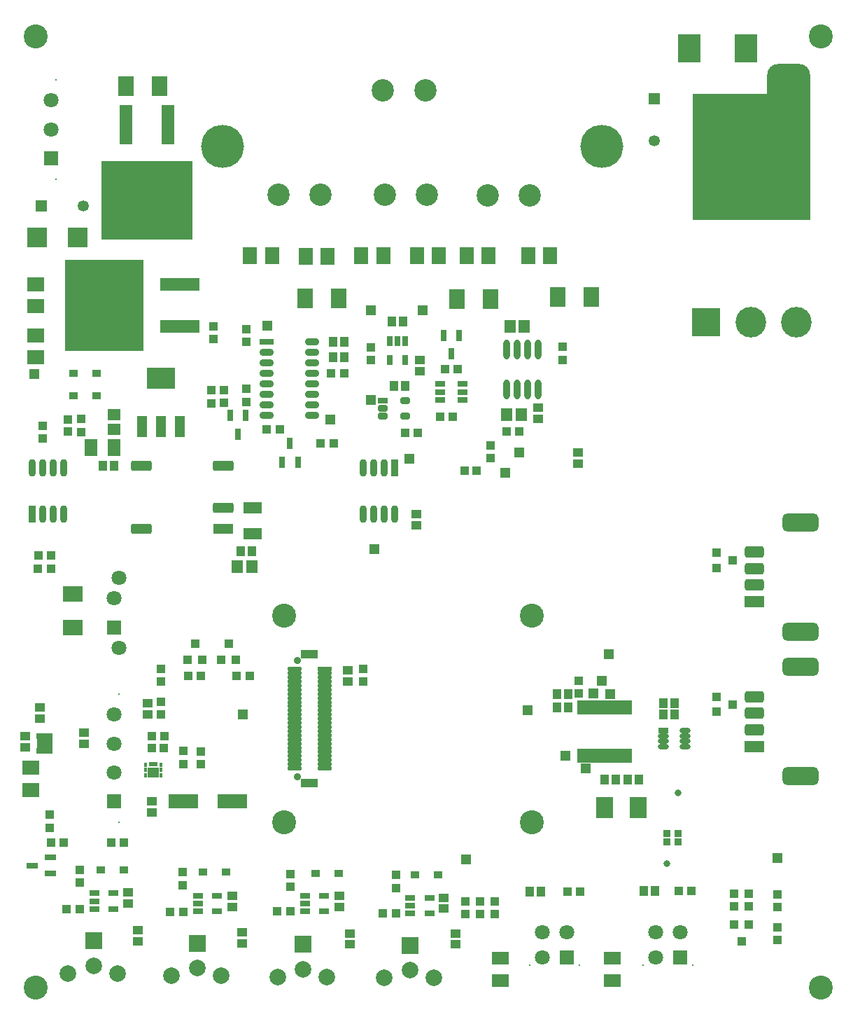
<source format=gts>
G04*
G04 #@! TF.GenerationSoftware,Altium Limited,Altium Designer,19.1.7 (138)*
G04*
G04 Layer_Color=8388736*
%FSLAX25Y25*%
%MOIN*%
G70*
G01*
G75*
%ADD70R,0.03150X0.00787*%
G04:AMPARAMS|DCode=77|XSize=204.85mil|YSize=224.53mil|CornerRadius=53.21mil|HoleSize=0mil|Usage=FLASHONLY|Rotation=0.000|XOffset=0mil|YOffset=0mil|HoleType=Round|Shape=RoundedRectangle|*
%AMROUNDEDRECTD77*
21,1,0.20485,0.11811,0,0,0.0*
21,1,0.09843,0.22453,0,0,0.0*
1,1,0.10642,0.04921,-0.05906*
1,1,0.10642,-0.04921,-0.05906*
1,1,0.10642,-0.04921,0.05906*
1,1,0.10642,0.04921,0.05906*
%
%ADD77ROUNDEDRECTD77*%
G04:AMPARAMS|DCode=78|XSize=86.74mil|YSize=173.35mil|CornerRadius=23.68mil|HoleSize=0mil|Usage=FLASHONLY|Rotation=90.000|XOffset=0mil|YOffset=0mil|HoleType=Round|Shape=RoundedRectangle|*
%AMROUNDEDRECTD78*
21,1,0.08674,0.12598,0,0,90.0*
21,1,0.03937,0.17335,0,0,90.0*
1,1,0.04737,0.06299,0.01968*
1,1,0.04737,0.06299,-0.01968*
1,1,0.04737,-0.06299,-0.01968*
1,1,0.04737,-0.06299,0.01968*
%
%ADD78ROUNDEDRECTD78*%
G04:AMPARAMS|DCode=79|XSize=55.24mil|YSize=94.61mil|CornerRadius=15.81mil|HoleSize=0mil|Usage=FLASHONLY|Rotation=90.000|XOffset=0mil|YOffset=0mil|HoleType=Round|Shape=RoundedRectangle|*
%AMROUNDEDRECTD79*
21,1,0.05524,0.06299,0,0,90.0*
21,1,0.02362,0.09461,0,0,90.0*
1,1,0.03162,0.03150,0.01181*
1,1,0.03162,0.03150,-0.01181*
1,1,0.03162,-0.03150,-0.01181*
1,1,0.03162,-0.03150,0.01181*
%
%ADD79ROUNDEDRECTD79*%
%ADD80R,0.09461X0.05524*%
%ADD81R,0.04537X0.04143*%
%ADD82R,0.14383X0.06902*%
%ADD83R,0.04737X0.04737*%
%ADD84R,0.03320X0.03556*%
%ADD85R,0.04147X0.04147*%
%ADD86R,0.03950X0.04343*%
%ADD87R,0.55918X0.59855*%
%ADD88R,0.07887X0.03950*%
%ADD89O,0.07099X0.01981*%
%ADD90R,0.07099X0.01981*%
%ADD91R,0.07887X0.06312*%
%ADD92R,0.04143X0.04537*%
%ADD93R,0.05328X0.03162*%
%ADD94R,0.04147X0.04147*%
%ADD95R,0.03950X0.03556*%
%ADD96R,0.03950X0.03950*%
%ADD97R,0.03320X0.08280*%
%ADD98O,0.03320X0.08280*%
%ADD99R,0.04934X0.03162*%
%ADD100R,0.03950X0.03950*%
%ADD101R,0.10642X0.13792*%
%ADD102R,0.06115X0.18910*%
%ADD103R,0.43320X0.37808*%
%ADD104R,0.09304X0.09698*%
%ADD105R,0.08674X0.05524*%
%ADD106R,0.03162X0.05328*%
%ADD107R,0.04537X0.02962*%
%ADD108R,0.04343X0.03950*%
%ADD109R,0.02572X0.06509*%
%ADD110O,0.05131X0.02572*%
%ADD111R,0.05131X0.02572*%
%ADD112R,0.08280X0.10249*%
%ADD113R,0.09300X0.07800*%
%ADD114R,0.08083X0.06706*%
%ADD115R,0.37808X0.43320*%
%ADD116R,0.18910X0.06115*%
%ADD117R,0.07800X0.09300*%
%ADD118R,0.06706X0.08083*%
%ADD119R,0.05328X0.06312*%
%ADD120O,0.03162X0.09461*%
%ADD121R,0.04540X0.03162*%
G04:AMPARAMS|DCode=122|XSize=31.62mil|YSize=45.4mil|CornerRadius=6.95mil|HoleSize=0mil|Usage=FLASHONLY|Rotation=90.000|XOffset=0mil|YOffset=0mil|HoleType=Round|Shape=RoundedRectangle|*
%AMROUNDEDRECTD122*
21,1,0.03162,0.03150,0,0,90.0*
21,1,0.01772,0.04540,0,0,90.0*
1,1,0.01391,0.01575,0.00886*
1,1,0.01391,0.01575,-0.00886*
1,1,0.01391,-0.01575,-0.00886*
1,1,0.01391,-0.01575,0.00886*
%
%ADD122ROUNDEDRECTD122*%
%ADD123R,0.06509X0.03162*%
G04:AMPARAMS|DCode=124|XSize=31.62mil|YSize=65.09mil|CornerRadius=9.91mil|HoleSize=0mil|Usage=FLASHONLY|Rotation=90.000|XOffset=0mil|YOffset=0mil|HoleType=Round|Shape=RoundedRectangle|*
%AMROUNDEDRECTD124*
21,1,0.03162,0.04528,0,0,90.0*
21,1,0.01181,0.06509,0,0,90.0*
1,1,0.01981,0.02264,0.00591*
1,1,0.01981,0.02264,-0.00591*
1,1,0.01981,-0.02264,-0.00591*
1,1,0.01981,-0.02264,0.00591*
%
%ADD124ROUNDEDRECTD124*%
%ADD125R,0.13792X0.10249*%
%ADD126R,0.04737X0.10249*%
%ADD127R,0.06312X0.05328*%
G04:AMPARAMS|DCode=128|XSize=47.37mil|YSize=98.16mil|CornerRadius=7.94mil|HoleSize=0mil|Usage=FLASHONLY|Rotation=90.000|XOffset=0mil|YOffset=0mil|HoleType=Round|Shape=RoundedRectangle|*
%AMROUNDEDRECTD128*
21,1,0.04737,0.08228,0,0,90.0*
21,1,0.03150,0.09816,0,0,90.0*
1,1,0.01587,0.04114,0.01575*
1,1,0.01587,0.04114,-0.01575*
1,1,0.01587,-0.04114,-0.01575*
1,1,0.01587,-0.04114,0.01575*
%
%ADD128ROUNDEDRECTD128*%
%ADD129R,0.09816X0.04737*%
%ADD130R,0.06312X0.07887*%
%ADD131R,0.01981X0.02769*%
%ADD132R,0.07493X0.04737*%
%ADD133R,0.03162X0.04934*%
%ADD134R,0.03910X0.01981*%
%ADD135R,0.01784X0.02375*%
%ADD136R,0.05524X0.04737*%
%ADD137C,0.00800*%
%ADD138C,0.07099*%
%ADD139R,0.07099X0.07099*%
%ADD140R,0.07099X0.07099*%
%ADD141R,0.07887X0.07887*%
%ADD142C,0.07887*%
%ADD143C,0.20485*%
%ADD144R,0.05300X0.05300*%
%ADD145C,0.05300*%
%ADD146C,0.10642*%
%ADD147C,0.14580*%
%ADD148R,0.13792X0.13792*%
%ADD149C,0.03556*%
%ADD150R,0.05300X0.05300*%
%ADD151C,0.11430*%
%ADD152C,0.03162*%
D70*
X15945Y44291D02*
D03*
D77*
X368504Y359449D02*
D03*
D78*
X374016Y83661D02*
D03*
Y31693D02*
D03*
Y152559D02*
D03*
Y100591D02*
D03*
D79*
X352047Y69488D02*
D03*
Y61614D02*
D03*
Y53740D02*
D03*
Y138386D02*
D03*
Y130512D02*
D03*
Y122638D02*
D03*
D80*
Y45866D02*
D03*
Y114764D02*
D03*
D81*
X204134Y-26063D02*
D03*
Y-31378D02*
D03*
X154391Y-25276D02*
D03*
Y-30591D02*
D03*
X103482Y-25079D02*
D03*
Y-30394D02*
D03*
X53892Y-23442D02*
D03*
Y-28757D02*
D03*
X209646Y-43071D02*
D03*
Y-48386D02*
D03*
X159449Y-43071D02*
D03*
Y-48386D02*
D03*
X58504Y-41634D02*
D03*
Y-46949D02*
D03*
X268110Y185630D02*
D03*
Y180315D02*
D03*
X108268Y-42618D02*
D03*
Y-47933D02*
D03*
X190945Y156319D02*
D03*
Y151004D02*
D03*
X158465Y76772D02*
D03*
Y82087D02*
D03*
X64961Y19685D02*
D03*
Y14370D02*
D03*
X62992Y61024D02*
D03*
Y66338D02*
D03*
X32809Y47244D02*
D03*
Y52559D02*
D03*
X249016Y201870D02*
D03*
Y207185D02*
D03*
X4724Y45445D02*
D03*
Y50760D02*
D03*
X11713Y64449D02*
D03*
Y59134D02*
D03*
X192669Y229626D02*
D03*
Y224311D02*
D03*
D82*
X103482Y19685D02*
D03*
X80254D02*
D03*
D83*
X108346Y61023D02*
D03*
X214682Y-7818D02*
D03*
X8961Y223189D02*
D03*
X171118Y139764D02*
D03*
X271809Y35433D02*
D03*
X262070Y41454D02*
D03*
X233563Y176035D02*
D03*
X282734Y89764D02*
D03*
X283451Y70882D02*
D03*
X279486Y77201D02*
D03*
X275590Y70974D02*
D03*
X244094Y63145D02*
D03*
X120079Y246063D02*
D03*
X150000Y201342D02*
D03*
X169606Y210630D02*
D03*
X240236Y185630D02*
D03*
X187894Y182667D02*
D03*
X169606Y253464D02*
D03*
X194244D02*
D03*
X363110Y-7106D02*
D03*
D84*
X315748Y4291D02*
D03*
Y591D02*
D03*
X310433Y4291D02*
D03*
Y591D02*
D03*
D85*
X362972Y-24527D02*
D03*
Y-30629D02*
D03*
X79900Y-20055D02*
D03*
Y-13952D02*
D03*
X221457Y-33937D02*
D03*
Y-27835D02*
D03*
X228346D02*
D03*
Y-33937D02*
D03*
X214567Y-27933D02*
D03*
Y-34035D02*
D03*
X349587Y-30215D02*
D03*
Y-24113D02*
D03*
X30610Y-18855D02*
D03*
Y-12752D02*
D03*
X181344Y-21433D02*
D03*
Y-15330D02*
D03*
X131004Y-20906D02*
D03*
Y-14803D02*
D03*
X13181Y192362D02*
D03*
Y198465D02*
D03*
X16339Y7256D02*
D03*
Y13358D02*
D03*
X342501Y-24113D02*
D03*
Y-30215D02*
D03*
X110039Y215965D02*
D03*
Y209862D02*
D03*
X226378Y189075D02*
D03*
Y182972D02*
D03*
X268457Y77129D02*
D03*
Y71027D02*
D03*
X165748Y82780D02*
D03*
Y76677D02*
D03*
X80254Y43661D02*
D03*
Y37559D02*
D03*
X69510Y82874D02*
D03*
Y76772D02*
D03*
Y67126D02*
D03*
Y61024D02*
D03*
X260827Y236024D02*
D03*
Y229921D02*
D03*
X110236Y238287D02*
D03*
Y244390D02*
D03*
X93504Y215300D02*
D03*
Y209198D02*
D03*
X31496Y201614D02*
D03*
Y195512D02*
D03*
X169291Y235827D02*
D03*
Y229724D02*
D03*
X88484Y43563D02*
D03*
Y37461D02*
D03*
X94587Y239803D02*
D03*
Y245905D02*
D03*
D86*
X85728Y94882D02*
D03*
X89272Y87008D02*
D03*
X82185D02*
D03*
X101714Y94882D02*
D03*
X105257Y87008D02*
D03*
X98170D02*
D03*
X346044Y-46743D02*
D03*
X342501Y-38869D02*
D03*
X349587D02*
D03*
D87*
X350787Y326378D02*
D03*
D88*
X140190Y89764D02*
D03*
Y28346D02*
D03*
D89*
X133104Y82677D02*
D03*
Y80708D02*
D03*
Y78740D02*
D03*
Y76771D02*
D03*
Y74803D02*
D03*
Y72834D02*
D03*
Y70866D02*
D03*
Y68897D02*
D03*
Y66929D02*
D03*
Y64960D02*
D03*
Y62992D02*
D03*
Y61023D02*
D03*
Y59055D02*
D03*
Y57086D02*
D03*
Y55118D02*
D03*
Y53149D02*
D03*
Y51181D02*
D03*
Y49213D02*
D03*
Y47244D02*
D03*
Y45276D02*
D03*
Y43307D02*
D03*
Y41339D02*
D03*
Y39370D02*
D03*
Y37402D02*
D03*
Y35433D02*
D03*
X147277D02*
D03*
Y37402D02*
D03*
Y39370D02*
D03*
Y41339D02*
D03*
Y43307D02*
D03*
Y45276D02*
D03*
Y47244D02*
D03*
Y49213D02*
D03*
Y51181D02*
D03*
Y53149D02*
D03*
Y55118D02*
D03*
Y57086D02*
D03*
Y59055D02*
D03*
Y61023D02*
D03*
Y62992D02*
D03*
Y64960D02*
D03*
Y66929D02*
D03*
Y68897D02*
D03*
Y70866D02*
D03*
Y72834D02*
D03*
Y74803D02*
D03*
Y76771D02*
D03*
Y78740D02*
D03*
Y80708D02*
D03*
D90*
Y82677D02*
D03*
D91*
X231102Y-65610D02*
D03*
Y-54783D02*
D03*
X284533Y-65610D02*
D03*
Y-54783D02*
D03*
D92*
X304917Y-23050D02*
D03*
X299602D02*
D03*
X250492Y-23282D02*
D03*
X245177D02*
D03*
X263484Y70866D02*
D03*
X258169D02*
D03*
X263414Y64464D02*
D03*
X258099D02*
D03*
X308661Y66594D02*
D03*
X313976D02*
D03*
X308661Y61024D02*
D03*
X313976D02*
D03*
X291691Y29985D02*
D03*
X297006D02*
D03*
X286108D02*
D03*
X280793D02*
D03*
X180413Y217520D02*
D03*
X185728D02*
D03*
X151296Y231083D02*
D03*
X156611D02*
D03*
Y238287D02*
D03*
X151296D02*
D03*
X41929Y179606D02*
D03*
X47244D02*
D03*
X107579Y138779D02*
D03*
X112894D02*
D03*
X179429Y248031D02*
D03*
X184744D02*
D03*
D93*
X16831Y-14499D02*
D03*
Y-7019D02*
D03*
X7972Y-10759D02*
D03*
D94*
X175242Y-33642D02*
D03*
X181344D02*
D03*
X124902Y-32658D02*
D03*
X131004D02*
D03*
X73864Y-32744D02*
D03*
X79966D02*
D03*
X17016Y0D02*
D03*
X23118D02*
D03*
X51772Y0D02*
D03*
X45669D02*
D03*
X24508Y-31476D02*
D03*
X30610D02*
D03*
X105552Y79331D02*
D03*
X111654D02*
D03*
X88386D02*
D03*
X82284D02*
D03*
X322244Y-23050D02*
D03*
X316142D02*
D03*
X269250Y-23282D02*
D03*
X263148D02*
D03*
X208543Y202756D02*
D03*
X202441D02*
D03*
X185827Y195177D02*
D03*
X191929D02*
D03*
X210866Y225394D02*
D03*
X204764D02*
D03*
X10912Y130512D02*
D03*
X17014D02*
D03*
X240158Y195866D02*
D03*
X234055D02*
D03*
X119861Y196667D02*
D03*
X125963D02*
D03*
X151673Y189961D02*
D03*
X145571D02*
D03*
X150509Y223583D02*
D03*
X156611D02*
D03*
X71063Y50806D02*
D03*
X64961D02*
D03*
D95*
X51727Y-12728D02*
D03*
X40703D02*
D03*
X100336Y-13780D02*
D03*
X89312D02*
D03*
X201358Y-15232D02*
D03*
X190334D02*
D03*
X154035Y-14705D02*
D03*
X143012D02*
D03*
X38681Y223287D02*
D03*
X27657D02*
D03*
X38681Y212913D02*
D03*
X27657D02*
D03*
D96*
X363110Y-40267D02*
D03*
Y-46172D02*
D03*
X99410Y215300D02*
D03*
Y209395D02*
D03*
X25092Y201575D02*
D03*
Y195669D02*
D03*
D97*
X8180Y156319D02*
D03*
X180861Y178327D02*
D03*
D98*
X13181Y156319D02*
D03*
X18180D02*
D03*
X23180D02*
D03*
X8180Y178327D02*
D03*
X13181D02*
D03*
X18180D02*
D03*
X23180D02*
D03*
X165861Y156319D02*
D03*
X170861D02*
D03*
X175861D02*
D03*
X180861D02*
D03*
X165861Y178327D02*
D03*
X170861D02*
D03*
X175861D02*
D03*
D99*
X197323Y-26161D02*
D03*
Y-33642D02*
D03*
X188268D02*
D03*
Y-29902D02*
D03*
Y-26161D02*
D03*
X46806Y-23996D02*
D03*
Y-31476D02*
D03*
X37750D02*
D03*
Y-27736D02*
D03*
Y-23996D02*
D03*
X96156Y-25177D02*
D03*
Y-32658D02*
D03*
X87101D02*
D03*
Y-28917D02*
D03*
Y-25177D02*
D03*
X147100D02*
D03*
Y-32658D02*
D03*
X138045D02*
D03*
Y-28917D02*
D03*
Y-25177D02*
D03*
D100*
X213972Y177205D02*
D03*
X219878D02*
D03*
X17014Y136850D02*
D03*
X11108D02*
D03*
X70866Y45276D02*
D03*
X64961D02*
D03*
D101*
X348228Y377953D02*
D03*
X321063D02*
D03*
D102*
X72636Y341929D02*
D03*
X52636D02*
D03*
D103*
X62636Y305906D02*
D03*
D104*
X29726Y288189D02*
D03*
X10431D02*
D03*
D105*
X113189Y159606D02*
D03*
Y147008D02*
D03*
D106*
X211555Y241516D02*
D03*
X204075D02*
D03*
X207815Y232658D02*
D03*
X109941Y203287D02*
D03*
X102461D02*
D03*
X106201Y194429D02*
D03*
X127165Y181102D02*
D03*
X134646D02*
D03*
X130905Y189961D02*
D03*
D107*
X202441Y210827D02*
D03*
Y214567D02*
D03*
Y218307D02*
D03*
X213189D02*
D03*
Y214567D02*
D03*
Y210827D02*
D03*
D108*
X341929Y134449D02*
D03*
X334055Y137992D02*
D03*
Y130905D02*
D03*
X334055Y69488D02*
D03*
Y62402D02*
D03*
X341929Y65945D02*
D03*
D109*
X292281Y64567D02*
D03*
X289722D02*
D03*
X287163D02*
D03*
X284604D02*
D03*
X282045D02*
D03*
X279486D02*
D03*
X276927D02*
D03*
X274368D02*
D03*
X271809D02*
D03*
X269250D02*
D03*
X292281Y41339D02*
D03*
X289722D02*
D03*
X287163D02*
D03*
X284604D02*
D03*
X282045D02*
D03*
X279486D02*
D03*
X276927D02*
D03*
X274368D02*
D03*
X271809D02*
D03*
X269250D02*
D03*
D110*
X319193Y45768D02*
D03*
Y48327D02*
D03*
Y50886D02*
D03*
Y53445D02*
D03*
X308760Y45768D02*
D03*
Y48327D02*
D03*
Y50886D02*
D03*
D111*
Y53445D02*
D03*
D112*
X296935Y16938D02*
D03*
X280793D02*
D03*
D113*
X27559Y102563D02*
D03*
Y118563D02*
D03*
D114*
X9813Y231083D02*
D03*
Y241516D02*
D03*
Y255315D02*
D03*
Y265748D02*
D03*
X7324Y35702D02*
D03*
Y25269D02*
D03*
D115*
X42323Y255906D02*
D03*
D116*
X78347Y265905D02*
D03*
Y245905D02*
D03*
D117*
X68636Y360034D02*
D03*
X52636D02*
D03*
X210347Y258858D02*
D03*
X226347D02*
D03*
X274573Y259842D02*
D03*
X258573D02*
D03*
X154206Y259071D02*
D03*
X138206D02*
D03*
D118*
X122343Y279527D02*
D03*
X111909D02*
D03*
X148836Y279232D02*
D03*
X138403D02*
D03*
X175329Y279527D02*
D03*
X164896D02*
D03*
X191389D02*
D03*
X201822D02*
D03*
X215021D02*
D03*
X225454D02*
D03*
X244376D02*
D03*
X254809D02*
D03*
D119*
X240945Y203740D02*
D03*
X234055D02*
D03*
X105807Y131421D02*
D03*
X112697D02*
D03*
X242500Y245866D02*
D03*
X235610D02*
D03*
D120*
X234055Y215866D02*
D03*
X239055D02*
D03*
X244055D02*
D03*
X249055D02*
D03*
X234055Y234764D02*
D03*
X239055D02*
D03*
X244055D02*
D03*
X249055D02*
D03*
D121*
X175000Y210551D02*
D03*
D122*
Y206811D02*
D03*
Y203071D02*
D03*
X185827Y210551D02*
D03*
Y203071D02*
D03*
D123*
X119861Y238287D02*
D03*
D124*
Y233287D02*
D03*
Y228287D02*
D03*
Y223287D02*
D03*
Y218287D02*
D03*
Y213287D02*
D03*
Y208287D02*
D03*
Y203287D02*
D03*
X141317Y238287D02*
D03*
Y233287D02*
D03*
Y228287D02*
D03*
Y223287D02*
D03*
Y218287D02*
D03*
Y213287D02*
D03*
Y208287D02*
D03*
Y203287D02*
D03*
D125*
X69510Y221063D02*
D03*
D126*
X78565Y198228D02*
D03*
X69510D02*
D03*
X60455D02*
D03*
D127*
X46969Y203740D02*
D03*
Y196850D02*
D03*
D128*
X99213Y179606D02*
D03*
Y159606D02*
D03*
X60197Y149606D02*
D03*
Y179606D02*
D03*
D129*
X99213Y149606D02*
D03*
D130*
X46969Y187992D02*
D03*
X36142D02*
D03*
D131*
X11024Y50787D02*
D03*
X12992D02*
D03*
X14961D02*
D03*
X16929D02*
D03*
Y43701D02*
D03*
X14961D02*
D03*
X12992D02*
D03*
X11024D02*
D03*
D132*
X13976Y47244D02*
D03*
D133*
X185827Y229724D02*
D03*
X178347D02*
D03*
Y238779D02*
D03*
X182087D02*
D03*
X185827D02*
D03*
D134*
X65868Y37559D02*
D03*
D135*
X69510Y32087D02*
D03*
Y34646D02*
D03*
Y37205D02*
D03*
X62226D02*
D03*
Y34646D02*
D03*
Y32087D02*
D03*
D136*
X65868Y33465D02*
D03*
D137*
X19512Y363189D02*
D03*
Y315945D02*
D03*
X49449Y70866D02*
D03*
Y9843D02*
D03*
X299178Y-58184D02*
D03*
X322800Y-58184D02*
D03*
X245079Y-58224D02*
D03*
X268701Y-58224D02*
D03*
D138*
X17031Y353346D02*
D03*
Y339567D02*
D03*
X46969Y61024D02*
D03*
Y47244D02*
D03*
Y33465D02*
D03*
Y116342D02*
D03*
X49449Y92721D02*
D03*
Y126185D02*
D03*
X316895Y-42672D02*
D03*
X305084D02*
D03*
Y-54483D02*
D03*
X262795Y-42713D02*
D03*
X250984D02*
D03*
Y-54524D02*
D03*
D139*
X17031Y325787D02*
D03*
X46969Y19685D02*
D03*
Y102563D02*
D03*
D140*
X316895Y-54483D02*
D03*
X262795Y-54524D02*
D03*
D141*
X187992Y-48815D02*
D03*
X137191Y-48386D02*
D03*
X86614Y-47835D02*
D03*
X37303Y-46689D02*
D03*
D142*
X187992Y-60626D02*
D03*
X199409Y-64327D02*
D03*
X175787D02*
D03*
X137191Y-60197D02*
D03*
X148608Y-63898D02*
D03*
X124986D02*
D03*
X86614Y-59646D02*
D03*
X98032Y-63346D02*
D03*
X74410D02*
D03*
X37303Y-58500D02*
D03*
X48720Y-62200D02*
D03*
X25098D02*
D03*
D143*
X98721Y331398D02*
D03*
X279587D02*
D03*
D144*
X304331Y354207D02*
D03*
D145*
Y334207D02*
D03*
X32518Y303150D02*
D03*
D146*
X175197Y358268D02*
D03*
X195276D02*
D03*
X245238Y308063D02*
D03*
X225159D02*
D03*
X176133Y308360D02*
D03*
X196212D02*
D03*
X125509D02*
D03*
X145588D02*
D03*
D147*
X372047Y247638D02*
D03*
X350590D02*
D03*
D148*
X329134D02*
D03*
D149*
X134285Y86811D02*
D03*
Y31299D02*
D03*
D150*
X12518Y303150D02*
D03*
D151*
X383858Y-68898D02*
D03*
X9843D02*
D03*
X383858Y383858D02*
D03*
X9843D02*
D03*
X127953Y108268D02*
D03*
X246063D02*
D03*
Y9843D02*
D03*
X127953D02*
D03*
D152*
X310433Y-9843D02*
D03*
X315748Y23772D02*
D03*
M02*

</source>
